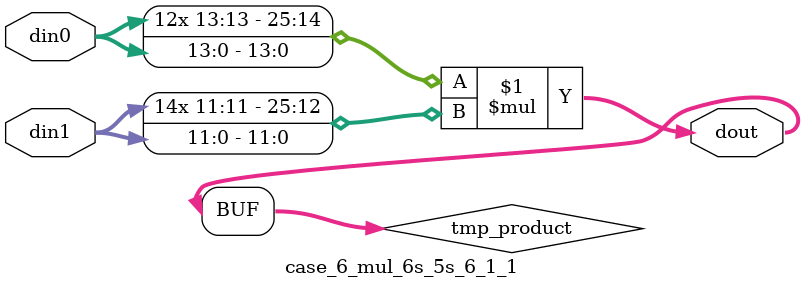
<source format=v>

`timescale 1 ns / 1 ps

 module case_6_mul_6s_5s_6_1_1(din0, din1, dout);
parameter ID = 1;
parameter NUM_STAGE = 0;
parameter din0_WIDTH = 14;
parameter din1_WIDTH = 12;
parameter dout_WIDTH = 26;

input [din0_WIDTH - 1 : 0] din0; 
input [din1_WIDTH - 1 : 0] din1; 
output [dout_WIDTH - 1 : 0] dout;

wire signed [dout_WIDTH - 1 : 0] tmp_product;



























assign tmp_product = $signed(din0) * $signed(din1);








assign dout = tmp_product;





















endmodule

</source>
